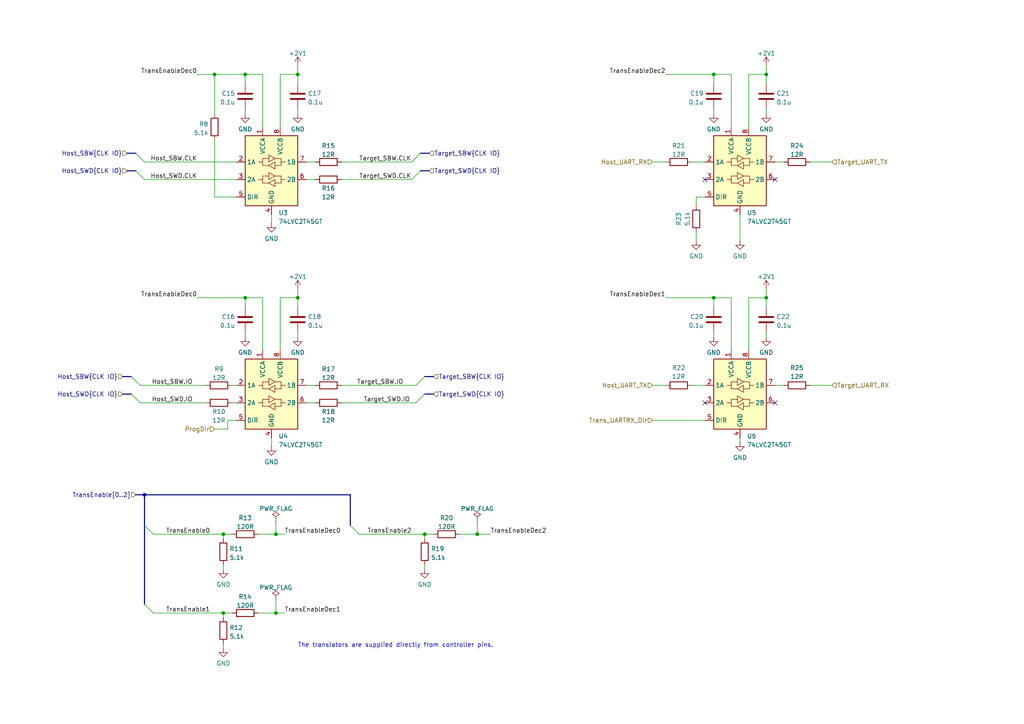
<source format=kicad_sch>
(kicad_sch (version 20231120) (generator "eeschema") (generator_version "8.0")
  (paper "A4")
  (lib_symbols
    (symbol "Device:C" (pin_numbers hide) (pin_names (offset 0.254))
      (property "Reference" "C" (at 0.635 2.54 0))
      (property "Value" "C" (at 0.635 -2.54 0))
      (symbol "C_0_1"
        (polyline (pts (xy -2.032 -0.762) (xy 2.032 -0.762)) (stroke (width 0.508)))
        (polyline (pts (xy -2.032 0.762) (xy 2.032 0.762)) (stroke (width 0.508)))
      )
      (symbol "C_1_1"
        (pin passive line (at 0 3.81 270) (length 2.794) (name "~") (number "1"))
        (pin passive line (at 0 -3.81 90) (length 2.794) (name "~") (number "2"))
      )
    )
    (symbol "Device:R" (pin_numbers hide) (pin_names (offset 0))
      (property "Reference" "R" (at 2.032 0 90))
      (property "Value" "R" (at 0 0 90))
      (symbol "R_0_1"
        (rectangle (start -1.016 -2.54) (end 1.016 2.54) (stroke (width 0.254)))
      )
      (symbol "R_1_1"
        (pin passive line (at 0 3.81 270) (length 1.27) (name "~") (number "1"))
        (pin passive line (at 0 -3.81 90) (length 1.27) (name "~") (number "2"))
      )
    )
    (symbol "power:GND" (power) (pin_numbers hide) (pin_names (offset 0) hide)
      (property "Value" "GND" (at 0 -3.81 0))
      (symbol "GND_0_1"
        (polyline (pts (xy 0 0) (xy 0 -1.27) (xy 1.27 -1.27) (xy 0 -2.54) (xy -1.27 -1.27) (xy 0 -1.27)))
      )
      (symbol "GND_1_1"
        (pin power_in line (at 0 0 270) (length 0) (name "~") (number "1"))
      )
    )
    (symbol "power:PWR_FLAG" (power) (pin_numbers hide) (pin_names (offset 0) hide)
      (property "Value" "PWR_FLAG" (at 0 3.81 0))
      (symbol "PWR_FLAG_0_0"
        (pin power_out line (at 0 0 90) (length 0) (name "~") (number "1"))
      )
      (symbol "PWR_FLAG_0_1"
        (polyline (pts (xy 0 0) (xy 0 1.27) (xy -1.016 1.905) (xy 0 2.54) (xy 1.016 1.905) (xy 0 1.27)))
      )
    )
    (symbol "voltix:+2V1" (power) (pin_names (offset 0))
      (property "Value" "+2V1" (at 0 3.556 0))
      (symbol "+2V1_0_1"
        (polyline (pts (xy -0.762 1.27) (xy 0 2.54)))
        (polyline (pts (xy 0 0) (xy 0 2.54)))
        (polyline (pts (xy 0 2.54) (xy 0.762 1.27)))
      )
      (symbol "+2V1_1_1"
        (pin power_in line (at 0 0 90) (length 0) hide (name "+2V1") (number "1"))
      )
    )
    (symbol "voltix:74LVC2T45GT"
      (property "Reference" "U" (at 6.35 -11.43 0))
      (property "Value" "74LVC2T45GT" (at 10.16 11.43 0))
      (symbol "74LVC2T45GT_1_1"
        (rectangle (start -7.62 10.16) (end 7.62 -10.16) (stroke (width 0.254)) (fill (type background)))
        (polyline (pts (xy -2.54 -2.54) (xy -2.54 -1.524) (xy -0.762 -1.524)))
        (polyline (pts (xy -2.54 2.54) (xy -2.54 3.556) (xy -0.762 3.556)))
        (polyline (pts (xy 2.794 -2.54) (xy 2.794 -3.556) (xy 1.016 -3.556)))
        (polyline (pts (xy 2.794 2.54) (xy 2.794 1.524) (xy 1.016 1.524)))
        (polyline (pts (xy -0.762 -3.556) (xy -2.54 -3.556) (xy -2.54 -2.54) (xy -3.81 -2.54)))
        (polyline (pts (xy -0.762 -2.54) (xy -0.762 -0.508) (xy 1.016 -1.524) (xy -0.762 -2.54)))
        (polyline (pts (xy -0.762 1.524) (xy -2.54 1.524) (xy -2.54 2.54) (xy -3.81 2.54)))
        (polyline (pts (xy -0.762 2.54) (xy -0.762 4.572) (xy 1.016 3.556) (xy -0.762 2.54)))
        (polyline (pts (xy 1.016 -1.524) (xy 2.794 -1.524) (xy 2.794 -2.54) (xy 4.064 -2.54)))
        (polyline (pts (xy 1.016 3.556) (xy 2.794 3.556) (xy 2.794 2.54) (xy 4.064 2.54)))
        (polyline (pts (xy 1.016 -2.54) (xy 1.016 -4.318) (xy 1.016 -4.572) (xy -0.762 -3.556) (xy 1.016 -2.54)))
        (polyline (pts (xy 1.016 2.54) (xy 1.016 0.762) (xy 1.016 0.508) (xy -0.762 1.524) (xy 1.016 2.54)))
        (pin power_in line (at -2.54 12.7 270) (length 2.54) (name "VCCA") (number "1"))
        (pin bidirectional line (at -10.16 2.54 0) (length 2.54) (name "1A") (number "2"))
        (pin bidirectional line (at -10.16 -2.54 0) (length 2.54) (name "2A") (number "3"))
        (pin power_in line (at 0 -12.7 90) (length 2.54) (name "GND") (number "4"))
        (pin input line (at -10.16 -7.62 0) (length 2.54) (name "DIR") (number "5"))
        (pin bidirectional line (at 10.16 -2.54 180) (length 2.54) (name "2B") (number "6"))
        (pin bidirectional line (at 10.16 2.54 180) (length 2.54) (name "1B") (number "7"))
        (pin power_in line (at 2.54 12.7 270) (length 2.54) (name "VCCB") (number "8"))
      )
    )
  )
  (junction (at 71.12 21.59))
  (junction (at 80.01 177.8))
  (junction (at 64.77 154.94))
  (junction (at 71.12 86.36))
  (junction (at 80.01 154.94))
  (junction (at 41.91 143.51))
  (junction (at 64.77 177.8))
  (junction (at 62.23 21.59))
  (junction (at 86.36 86.36))
  (junction (at 207.01 21.59))
  (junction (at 207.01 86.36))
  (junction (at 123.19 154.94))
  (junction (at 138.43 154.94))
  (junction (at 222.25 21.59))
  (junction (at 222.25 86.36))
  (junction (at 86.36 21.59))
  (no_connect (at 224.79 116.84))
  (no_connect (at 204.47 52.07))
  (no_connect (at 224.79 52.07))
  (no_connect (at 204.47 116.84))
  (bus_entry (at 39.37 49.53) (size 2.54 2.54))
  (bus_entry (at 38.1 114.3) (size 2.54 2.54))
  (bus_entry (at 121.92 44.45) (size -2.54 2.54))
  (bus_entry (at 39.37 44.45) (size 2.54 2.54))
  (bus_entry (at 123.19 109.22) (size -2.54 2.54))
  (bus_entry (at 101.6 152.4) (size 2.54 2.54))
  (bus_entry (at 41.91 175.26) (size 2.54 2.54))
  (bus_entry (at 123.19 114.3) (size -2.54 2.54))
  (bus_entry (at 41.91 152.4) (size 2.54 2.54))
  (bus_entry (at 38.1 109.22) (size 2.54 2.54))
  (bus_entry (at 121.92 49.53) (size -2.54 2.54))
  (wire (pts (xy 74.93 177.8) (xy 80.01 177.8)))
  (bus (pts (xy 124.46 49.53) (xy 121.92 49.53)))
  (wire (pts (xy 104.14 154.94) (xy 123.19 154.94)))
  (bus (pts (xy 41.91 152.4) (xy 41.91 175.26)))
  (wire (pts (xy 222.25 21.59) (xy 222.25 24.13)))
  (wire (pts (xy 86.36 83.82) (xy 86.36 86.36)))
  (wire (pts (xy 62.23 40.64) (xy 62.23 57.15)))
  (wire (pts (xy 71.12 96.52) (xy 71.12 97.79)))
  (wire (pts (xy 193.04 21.59) (xy 207.01 21.59)))
  (wire (pts (xy 80.01 177.8) (xy 82.55 177.8)))
  (wire (pts (xy 200.66 46.99) (xy 204.47 46.99)))
  (wire (pts (xy 133.35 154.94) (xy 138.43 154.94)))
  (wire (pts (xy 76.2 21.59) (xy 76.2 36.83)))
  (wire (pts (xy 222.25 96.52) (xy 222.25 97.79)))
  (wire (pts (xy 71.12 86.36) (xy 71.12 88.9)))
  (wire (pts (xy 212.09 86.36) (xy 207.01 86.36)))
  (wire (pts (xy 57.15 86.36) (xy 71.12 86.36)))
  (wire (pts (xy 74.93 154.94) (xy 80.01 154.94)))
  (wire (pts (xy 71.12 21.59) (xy 71.12 24.13)))
  (wire (pts (xy 76.2 86.36) (xy 71.12 86.36)))
  (wire (pts (xy 224.79 111.76) (xy 227.33 111.76)))
  (bus (pts (xy 41.91 143.51) (xy 41.91 152.4)))
  (wire (pts (xy 138.43 151.13) (xy 138.43 154.94)))
  (wire (pts (xy 99.06 46.99) (xy 119.38 46.99)))
  (wire (pts (xy 86.36 19.05) (xy 86.36 21.59)))
  (wire (pts (xy 67.31 111.76) (xy 68.58 111.76)))
  (wire (pts (xy 193.04 86.36) (xy 207.01 86.36)))
  (wire (pts (xy 88.9 52.07) (xy 91.44 52.07)))
  (wire (pts (xy 222.25 31.75) (xy 222.25 33.02)))
  (wire (pts (xy 86.36 96.52) (xy 86.36 97.79)))
  (wire (pts (xy 99.06 52.07) (xy 119.38 52.07)))
  (wire (pts (xy 64.77 177.8) (xy 64.77 179.07)))
  (wire (pts (xy 234.95 46.99) (xy 241.3 46.99)))
  (wire (pts (xy 67.31 154.94) (xy 64.77 154.94)))
  (wire (pts (xy 201.93 69.85) (xy 201.93 67.31)))
  (bus (pts (xy 124.46 44.45) (xy 121.92 44.45)))
  (wire (pts (xy 234.95 111.76) (xy 241.3 111.76)))
  (bus (pts (xy 101.6 143.51) (xy 101.6 152.4)))
  (wire (pts (xy 222.25 83.82) (xy 222.25 86.36)))
  (wire (pts (xy 207.01 96.52) (xy 207.01 97.79)))
  (wire (pts (xy 66.04 121.92) (xy 68.58 121.92)))
  (wire (pts (xy 138.43 154.94) (xy 142.24 154.94)))
  (wire (pts (xy 217.17 86.36) (xy 222.25 86.36)))
  (bus (pts (xy 36.83 44.45) (xy 39.37 44.45)))
  (wire (pts (xy 88.9 111.76) (xy 91.44 111.76)))
  (wire (pts (xy 76.2 86.36) (xy 76.2 101.6)))
  (wire (pts (xy 81.28 21.59) (xy 81.28 36.83)))
  (wire (pts (xy 44.45 154.94) (xy 64.77 154.94)))
  (wire (pts (xy 217.17 21.59) (xy 222.25 21.59)))
  (wire (pts (xy 222.25 19.05) (xy 222.25 21.59)))
  (wire (pts (xy 222.25 86.36) (xy 222.25 88.9)))
  (wire (pts (xy 86.36 31.75) (xy 86.36 33.02)))
  (wire (pts (xy 207.01 31.75) (xy 207.01 33.02)))
  (wire (pts (xy 207.01 86.36) (xy 207.01 88.9)))
  (wire (pts (xy 99.06 116.84) (xy 120.65 116.84)))
  (wire (pts (xy 80.01 173.99) (xy 80.01 177.8)))
  (wire (pts (xy 62.23 21.59) (xy 62.23 33.02)))
  (wire (pts (xy 200.66 111.76) (xy 204.47 111.76)))
  (wire (pts (xy 189.23 121.92) (xy 204.47 121.92)))
  (wire (pts (xy 123.19 163.83) (xy 123.19 165.1)))
  (bus (pts (xy 35.56 114.3) (xy 38.1 114.3)))
  (wire (pts (xy 78.74 62.23) (xy 78.74 64.77)))
  (wire (pts (xy 214.63 62.23) (xy 214.63 69.85)))
  (wire (pts (xy 189.23 111.76) (xy 193.04 111.76)))
  (wire (pts (xy 66.04 124.46) (xy 66.04 121.92)))
  (wire (pts (xy 189.23 46.99) (xy 193.04 46.99)))
  (wire (pts (xy 76.2 21.59) (xy 71.12 21.59)))
  (wire (pts (xy 62.23 21.59) (xy 71.12 21.59)))
  (wire (pts (xy 212.09 21.59) (xy 212.09 36.83)))
  (wire (pts (xy 81.28 86.36) (xy 86.36 86.36)))
  (wire (pts (xy 214.63 127) (xy 214.63 128.27)))
  (wire (pts (xy 88.9 116.84) (xy 91.44 116.84)))
  (wire (pts (xy 88.9 46.99) (xy 91.44 46.99)))
  (wire (pts (xy 123.19 154.94) (xy 123.19 156.21)))
  (wire (pts (xy 212.09 21.59) (xy 207.01 21.59)))
  (wire (pts (xy 62.23 124.46) (xy 66.04 124.46)))
  (wire (pts (xy 78.74 127) (xy 78.74 129.54)))
  (wire (pts (xy 86.36 21.59) (xy 86.36 24.13)))
  (wire (pts (xy 224.79 46.99) (xy 227.33 46.99)))
  (wire (pts (xy 125.73 154.94) (xy 123.19 154.94)))
  (wire (pts (xy 86.36 86.36) (xy 86.36 88.9)))
  (bus (pts (xy 125.73 114.3) (xy 123.19 114.3)))
  (wire (pts (xy 217.17 21.59) (xy 217.17 36.83)))
  (wire (pts (xy 80.01 151.13) (xy 80.01 154.94)))
  (wire (pts (xy 80.01 154.94) (xy 82.55 154.94)))
  (wire (pts (xy 64.77 186.69) (xy 64.77 187.96)))
  (wire (pts (xy 40.64 116.84) (xy 59.69 116.84)))
  (wire (pts (xy 81.28 86.36) (xy 81.28 101.6)))
  (wire (pts (xy 67.31 116.84) (xy 68.58 116.84)))
  (wire (pts (xy 201.93 57.15) (xy 204.47 57.15)))
  (wire (pts (xy 57.15 21.59) (xy 62.23 21.59)))
  (wire (pts (xy 40.64 111.76) (xy 59.69 111.76)))
  (wire (pts (xy 64.77 154.94) (xy 64.77 156.21)))
  (bus (pts (xy 39.37 143.51) (xy 41.91 143.51)))
  (bus (pts (xy 36.83 49.53) (xy 39.37 49.53)))
  (wire (pts (xy 217.17 86.36) (xy 217.17 101.6)))
  (wire (pts (xy 207.01 21.59) (xy 207.01 24.13)))
  (wire (pts (xy 67.31 177.8) (xy 64.77 177.8)))
  (wire (pts (xy 81.28 21.59) (xy 86.36 21.59)))
  (wire (pts (xy 62.23 57.15) (xy 68.58 57.15)))
  (wire (pts (xy 201.93 59.69) (xy 201.93 57.15)))
  (bus (pts (xy 35.56 109.22) (xy 38.1 109.22)))
  (wire (pts (xy 71.12 31.75) (xy 71.12 33.02)))
  (wire (pts (xy 212.09 86.36) (xy 212.09 101.6)))
  (wire (pts (xy 41.91 52.07) (xy 68.58 52.07)))
  (wire (pts (xy 44.45 177.8) (xy 64.77 177.8)))
  (wire (pts (xy 41.91 46.99) (xy 68.58 46.99)))
  (wire (pts (xy 99.06 111.76) (xy 120.65 111.76)))
  (bus (pts (xy 125.73 109.22) (xy 123.19 109.22)))
  (bus (pts (xy 41.91 143.51) (xy 101.6 143.51)))
  (wire (pts (xy 64.77 163.83) (xy 64.77 165.1)))
  (text "The translators are supplied directly from controller pins." (at 86.36 187.96 0) (effects (font (size 1.27 1.27)) (justify left bottom)))
  (label "TransEnableDec0" (at 57.15 21.59 180))
  (label "TransEnableDec0" (at 57.15 86.36 180))
  (label "TransEnable2" (at 119.38 154.94 180))
  (label "Host_SBW.CLK" (at 57.15 46.99 180))
  (label "Host_SWD.IO" (at 55.88 116.84 180))
  (label "Target_SWD.IO" (at 105.41 116.84 0))
  (label "TransEnableDec1" (at 193.04 86.36 180))
  (label "Target_SBW.CLK" (at 104.14 46.99 0))
  (label "TransEnable0" (at 60.96 154.94 180))
  (label "Target_SBW.IO" (at 103.505 111.76 0))
  (label "Host_SWD.CLK" (at 57.15 52.07 180))
  (label "TransEnableDec0" (at 82.55 154.94 0))
  (label "TransEnable1" (at 60.96 177.8 180))
  (label "TransEnableDec2" (at 193.04 21.59 180))
  (label "TransEnableDec2" (at 142.24 154.94 0))
  (label "Host_SBW.IO" (at 55.88 111.76 180))
  (label "Target_SWD.CLK" (at 104.14 52.07 0))
  (label "TransEnableDec1" (at 82.55 177.8 0))
  (hierarchical_label "Host_UART_RX" (shape input) (at 189.23 46.99 180))
  (hierarchical_label "ProgDir" (shape input) (at 62.23 124.46 180))
  (hierarchical_label "Target_SBW{CLK IO}" (shape input) (at 125.73 109.22 0))
  (hierarchical_label "Target_UART_RX" (shape input) (at 241.3 111.76 0))
  (hierarchical_label "Host_SWD{CLK IO}" (shape input) (at 36.83 49.53 180))
  (hierarchical_label "Trans_UARTRX_Dir" (shape input) (at 189.23 121.92 180))
  (hierarchical_label "TransEnable[0..2]" (shape input) (at 39.37 143.51 180))
  (hierarchical_label "Host_UART_TX" (shape input) (at 189.23 111.76 180))
  (hierarchical_label "Host_SWD{CLK IO}" (shape input) (at 35.56 114.3 180))
  (hierarchical_label "Host_SBW{CLK IO}" (shape input) (at 36.83 44.45 180))
  (hierarchical_label "Target_UART_TX" (shape input) (at 241.3 46.99 0))
  (hierarchical_label "Target_SBW{CLK IO}" (shape input) (at 124.46 44.45 0))
  (hierarchical_label "Target_SWD{CLK IO}" (shape input) (at 125.73 114.3 0))
  (hierarchical_label "Target_SWD{CLK IO}" (shape input) (at 124.46 49.53 0))
  (hierarchical_label "Host_SBW{CLK IO}" (shape input) (at 35.56 109.22 180))
  (symbol (lib_id "Device:R") (at 95.25 111.76 90) (unit 1)
    (property "Reference" "R17" (at 95.25 107.0442 90))
    (property "Value" "12R" (at 95.25 109.5811 90))
    (property "Footprint" "Resistor_SMD:R_0402_1005Metric" (effects (hide yes)))
    (property "Description" "RES 12 OHM 1% 1/16W 0402" (effects (hide yes)))
    (property "MPN" "RMCF0402FT12R0" (effects (hide yes)))
  )
  (symbol (lib_id "voltix:74LVC2T45GT") (at 214.63 49.53 0) (unit 1)
    (property "Reference" "U5" (at 216.6494 61.7204 0) (effects (justify left)))
    (property "Value" "74LVC2T45GT" (at 216.6494 64.2573 0) (effects (justify left)))
    (property "Footprint" "voltix:NXP_SOT833-1" (effects (hide yes)))
    (property "Datasheet" "https://assets.nexperia.com/documents/data-sheet/74LVC_LVCH2T45.pdf" (effects (hide yes)))
    (property "Description" "Dual supply translating transceiver" (effects (hide yes)))
    (property "MPN" "74LVC2T45GT,115" (effects (hide yes)))
  )
  (symbol (lib_id "Device:R") (at 196.85 111.76 90) (unit 1)
    (property "Reference" "R22" (at 196.85 106.6831 90))
    (property "Value" "12R" (at 196.85 109.22 90))
    (property "Footprint" "Resistor_SMD:R_0402_1005Metric" (effects (hide yes)))
    (property "Description" "RES 12 OHM 1% 1/16W 0402" (effects (hide yes)))
    (property "MPN" "RMCF0402FT12R0" (effects (hide yes)))
  )
  (symbol (lib_id "voltix:74LVC2T45GT") (at 78.74 49.53 0) (unit 1)
    (property "Reference" "U3" (at 80.7594 61.7204 0) (effects (justify left)))
    (property "Value" "74LVC2T45GT" (at 80.7594 64.2573 0) (effects (justify left)))
    (property "Footprint" "voltix:NXP_SOT833-1" (effects (hide yes)))
    (property "Datasheet" "https://assets.nexperia.com/documents/data-sheet/74LVC_LVCH2T45.pdf" (effects (hide yes)))
    (property "Description" "Dual supply translating transceiver" (effects (hide yes)))
    (property "MPN" "74LVC2T45GT,115" (effects (hide yes)))
  )
  (symbol (lib_id "Device:R") (at 63.5 111.76 90) (unit 1)
    (property "Reference" "R9" (at 63.5 107.0442 90))
    (property "Value" "12R" (at 63.5 109.5811 90))
    (property "Footprint" "Resistor_SMD:R_0402_1005Metric" (effects (hide yes)))
    (property "Description" "RES 12 OHM 1% 1/16W 0402" (effects (hide yes)))
    (property "MPN" "RMCF0402FT12R0" (effects (hide yes)))
  )
  (symbol (lib_id "Device:R") (at 64.77 182.88 0) (unit 1)
    (property "Reference" "R12" (at 66.548 182.0453 0) (effects (justify left)))
    (property "Value" "5.1k" (at 66.548 184.5822 0) (effects (justify left)))
    (property "Footprint" "Resistor_SMD:R_0402_1005Metric" (effects (hide yes)))
    (property "Description" "RES SMD 5.1K OHM 1% 1/16W 0402" (effects (hide yes)))
    (property "MPN" "CR0402-FX-5101GLF" (effects (hide yes)))
  )
  (symbol (lib_id "Device:C") (at 207.01 92.71 0) (mirror x) (unit 1)
    (property "Reference" "C20" (at 204.0891 91.8753 0) (effects (justify right)))
    (property "Value" "0.1u" (at 204.0891 94.4122 0) (effects (justify right)))
    (property "Footprint" "Capacitor_SMD:C_0402_1005Metric" (effects (hide yes)))
    (property "Description" "CAP CER 0.1UF 25V X5R 0402" (effects (hide yes)))
    (property "MPN" "CL05A104KA5NNNC" (effects (hide yes)))
  )
  (symbol (lib_id "Device:C") (at 86.36 92.71 0) (unit 1)
    (property "Reference" "C18" (at 89.281 91.8753 0) (effects (justify left)))
    (property "Value" "0.1u" (at 89.281 94.4122 0) (effects (justify left)))
    (property "Footprint" "Capacitor_SMD:C_0402_1005Metric" (effects (hide yes)))
    (property "Description" "CAP CER 0.1UF 25V X5R 0402" (effects (hide yes)))
    (property "MPN" "CL05A104KA5NNNC" (effects (hide yes)))
  )
  (symbol (lib_id "power:GND") (at 71.12 97.79 0) (unit 1)
    (property "Reference" "#PWR018" (effects (hide yes)))
    (property "Value" "GND" (at 71.12 102.2334 0))
    (property "Description" "Power symbol creates a global label with name \"GND\" , ground" (effects (hide yes)))
  )
  (symbol (lib_id "Device:C") (at 86.36 27.94 0) (unit 1)
    (property "Reference" "C17" (at 89.281 27.1053 0) (effects (justify left)))
    (property "Value" "0.1u" (at 89.281 29.6422 0) (effects (justify left)))
    (property "Footprint" "Capacitor_SMD:C_0402_1005Metric" (effects (hide yes)))
    (property "Description" "CAP CER 0.1UF 25V X5R 0402" (effects (hide yes)))
    (property "MPN" "CL05A104KA5NNNC" (effects (hide yes)))
  )
  (symbol (lib_id "Device:R") (at 201.93 63.5 180) (unit 1)
    (property "Reference" "R23" (at 196.8531 63.5 90))
    (property "Value" "5.1k" (at 199.39 63.5 90))
    (property "Footprint" "Resistor_SMD:R_0402_1005Metric" (effects (hide yes)))
    (property "Description" "RES SMD 5.1K OHM 1% 1/16W 0402" (effects (hide yes)))
    (property "MPN" "CR0402-FX-5101GLF" (effects (hide yes)))
  )
  (symbol (lib_id "power:PWR_FLAG") (at 80.01 173.99 0) (unit 1)
    (property "Reference" "#FLG02" (effects (hide yes)))
    (property "Value" "PWR_FLAG" (at 80.01 170.4142 0))
    (property "Description" "Special symbol for telling ERC where power comes from" (effects (hide yes)))
  )
  (symbol (lib_id "Device:R") (at 95.25 46.99 90) (unit 1)
    (property "Reference" "R15" (at 95.25 42.2742 90))
    (property "Value" "12R" (at 95.25 44.8111 90))
    (property "Footprint" "Resistor_SMD:R_0402_1005Metric" (effects (hide yes)))
    (property "Description" "RES 12 OHM 1% 1/16W 0402" (effects (hide yes)))
    (property "MPN" "RMCF0402FT12R0" (effects (hide yes)))
  )
  (symbol (lib_id "Device:R") (at 64.77 160.02 0) (unit 1)
    (property "Reference" "R11" (at 66.548 159.1853 0) (effects (justify left)))
    (property "Value" "5.1k" (at 66.548 161.7222 0) (effects (justify left)))
    (property "Footprint" "Resistor_SMD:R_0402_1005Metric" (effects (hide yes)))
    (property "Description" "RES SMD 5.1K OHM 1% 1/16W 0402" (effects (hide yes)))
    (property "MPN" "CR0402-FX-5101GLF" (effects (hide yes)))
  )
  (symbol (lib_id "Device:R") (at 95.25 116.84 90) (unit 1)
    (property "Reference" "R18" (at 95.25 119.38 90))
    (property "Value" "12R" (at 95.25 121.9169 90))
    (property "Footprint" "Resistor_SMD:R_0402_1005Metric" (effects (hide yes)))
    (property "Description" "RES 12 OHM 1% 1/16W 0402" (effects (hide yes)))
    (property "MPN" "RMCF0402FT12R0" (effects (hide yes)))
  )
  (symbol (lib_id "Device:C") (at 222.25 27.94 0) (unit 1)
    (property "Reference" "C21" (at 225.171 27.1053 0) (effects (justify left)))
    (property "Value" "0.1u" (at 225.171 29.6422 0) (effects (justify left)))
    (property "Footprint" "Capacitor_SMD:C_0402_1005Metric" (effects (hide yes)))
    (property "Description" "CAP CER 0.1UF 25V X5R 0402" (effects (hide yes)))
    (property "MPN" "CL05A104KA5NNNC" (effects (hide yes)))
  )
  (symbol (lib_id "Device:R") (at 123.19 160.02 0) (unit 1)
    (property "Reference" "R19" (at 124.968 159.1853 0) (effects (justify left)))
    (property "Value" "5.1k" (at 124.968 161.7222 0) (effects (justify left)))
    (property "Footprint" "Resistor_SMD:R_0402_1005Metric" (effects (hide yes)))
    (property "Description" "RES SMD 5.1K OHM 1% 1/16W 0402" (effects (hide yes)))
    (property "MPN" "CR0402-FX-5101GLF" (effects (hide yes)))
  )
  (symbol (lib_id "Device:C") (at 207.01 27.94 0) (mirror x) (unit 1)
    (property "Reference" "C19" (at 204.0891 27.1053 0) (effects (justify right)))
    (property "Value" "0.1u" (at 204.0891 29.6422 0) (effects (justify right)))
    (property "Footprint" "Capacitor_SMD:C_0402_1005Metric" (effects (hide yes)))
    (property "Description" "CAP CER 0.1UF 25V X5R 0402" (effects (hide yes)))
    (property "MPN" "CL05A104KA5NNNC" (effects (hide yes)))
  )
  (symbol (lib_id "power:GND") (at 201.93 69.85 0) (unit 1)
    (property "Reference" "#PWR026" (effects (hide yes)))
    (property "Value" "GND" (at 201.93 74.2934 0))
    (property "Description" "Power symbol creates a global label with name \"GND\" , ground" (effects (hide yes)))
  )
  (symbol (lib_id "power:GND") (at 86.36 97.79 0) (unit 1)
    (property "Reference" "#PWR024" (effects (hide yes)))
    (property "Value" "GND" (at 86.36 102.2334 0))
    (property "Description" "Power symbol creates a global label with name \"GND\" , ground" (effects (hide yes)))
  )
  (symbol (lib_id "power:GND") (at 64.77 187.96 0) (unit 1)
    (property "Reference" "#PWR016" (effects (hide yes)))
    (property "Value" "GND" (at 64.77 192.4034 0))
    (property "Description" "Power symbol creates a global label with name \"GND\" , ground" (effects (hide yes)))
  )
  (symbol (lib_id "power:PWR_FLAG") (at 138.43 151.13 0) (unit 1)
    (property "Reference" "#FLG03" (effects (hide yes)))
    (property "Value" "PWR_FLAG" (at 138.43 147.5542 0))
    (property "Description" "Special symbol for telling ERC where power comes from" (effects (hide yes)))
  )
  (symbol (lib_id "voltix:+2V1") (at 222.25 83.82 0) (unit 1)
    (property "Reference" "#PWR0102" (effects (hide yes)))
    (property "Value" "+2V1" (at 222.25 80.2442 0))
  )
  (symbol (lib_id "Device:R") (at 71.12 177.8 90) (unit 1)
    (property "Reference" "R14" (at 71.12 173.0842 90))
    (property "Value" "120R" (at 71.12 175.6211 90))
    (property "Footprint" "Resistor_SMD:R_0402_1005Metric" (effects (hide yes)))
    (property "Description" "RES SMD 120 OHM 1% 1/16W 0402" (effects (hide yes)))
    (property "MPN" "CR0402-FX-1200GLF" (effects (hide yes)))
  )
  (symbol (lib_id "Device:R") (at 62.23 36.83 0) (mirror x) (unit 1)
    (property "Reference" "R8" (at 60.4521 35.9953 0) (effects (justify right)))
    (property "Value" "5.1k" (at 60.4521 38.5322 0) (effects (justify right)))
    (property "Footprint" "Resistor_SMD:R_0402_1005Metric" (effects (hide yes)))
    (property "Description" "RES SMD 5.1K OHM 1% 1/16W 0402" (effects (hide yes)))
    (property "MPN" "CR0402-FX-5101GLF" (effects (hide yes)))
  )
  (symbol (lib_id "power:GND") (at 222.25 33.02 0) (unit 1)
    (property "Reference" "#PWR032" (effects (hide yes)))
    (property "Value" "GND" (at 222.25 37.4634 0))
    (property "Description" "Power symbol creates a global label with name \"GND\" , ground" (effects (hide yes)))
  )
  (symbol (lib_id "Device:R") (at 231.14 111.76 90) (unit 1)
    (property "Reference" "R25" (at 231.14 106.6831 90))
    (property "Value" "12R" (at 231.14 109.22 90))
    (property "Footprint" "Resistor_SMD:R_0402_1005Metric" (effects (hide yes)))
    (property "Description" "RES 12 OHM 1% 1/16W 0402" (effects (hide yes)))
    (property "MPN" "RMCF0402FT12R0" (effects (hide yes)))
  )
  (symbol (lib_id "power:GND") (at 78.74 129.54 0) (unit 1)
    (property "Reference" "#PWR020" (effects (hide yes)))
    (property "Value" "GND" (at 78.74 133.9834 0))
    (property "Description" "Power symbol creates a global label with name \"GND\" , ground" (effects (hide yes)))
  )
  (symbol (lib_id "Device:C") (at 222.25 92.71 0) (unit 1)
    (property "Reference" "C22" (at 225.171 91.8753 0) (effects (justify left)))
    (property "Value" "0.1u" (at 225.171 94.4122 0) (effects (justify left)))
    (property "Footprint" "Capacitor_SMD:C_0402_1005Metric" (effects (hide yes)))
    (property "Description" "CAP CER 0.1UF 25V X5R 0402" (effects (hide yes)))
    (property "MPN" "CL05A104KA5NNNC" (effects (hide yes)))
  )
  (symbol (lib_id "power:GND") (at 64.77 165.1 0) (unit 1)
    (property "Reference" "#PWR015" (effects (hide yes)))
    (property "Value" "GND" (at 64.77 169.5434 0))
    (property "Description" "Power symbol creates a global label with name \"GND\" , ground" (effects (hide yes)))
  )
  (symbol (lib_id "Device:R") (at 129.54 154.94 90) (unit 1)
    (property "Reference" "R20" (at 129.54 150.2242 90))
    (property "Value" "120R" (at 129.54 152.7611 90))
    (property "Footprint" "Resistor_SMD:R_0402_1005Metric" (effects (hide yes)))
    (property "Description" "RES SMD 120 OHM 1% 1/16W 0402" (effects (hide yes)))
    (property "MPN" "CR0402-FX-1200GLF" (effects (hide yes)))
  )
  (symbol (lib_id "power:GND") (at 123.19 165.1 0) (unit 1)
    (property "Reference" "#PWR025" (effects (hide yes)))
    (property "Value" "GND" (at 123.19 169.5434 0))
    (property "Description" "Power symbol creates a global label with name \"GND\" , ground" (effects (hide yes)))
  )
  (symbol (lib_id "voltix:+2V1") (at 86.36 83.82 0) (unit 1)
    (property "Reference" "#PWR0101" (effects (hide yes)))
    (property "Value" "+2V1" (at 86.36 80.2442 0))
  )
  (symbol (lib_id "Device:R") (at 196.85 46.99 90) (unit 1)
    (property "Reference" "R21" (at 196.85 42.2742 90))
    (property "Value" "12R" (at 196.85 44.8111 90))
    (property "Footprint" "Resistor_SMD:R_0402_1005Metric" (effects (hide yes)))
    (property "Description" "RES 12 OHM 1% 1/16W 0402" (effects (hide yes)))
    (property "MPN" "RMCF0402FT12R0" (effects (hide yes)))
  )
  (symbol (lib_id "voltix:74LVC2T45GT") (at 78.74 114.3 0) (unit 1)
    (property "Reference" "U4" (at 80.7594 126.4904 0) (effects (justify left)))
    (property "Value" "74LVC2T45GT" (at 80.7594 129.0273 0) (effects (justify left)))
    (property "Footprint" "voltix:NXP_SOT833-1" (effects (hide yes)))
    (property "Datasheet" "https://assets.nexperia.com/documents/data-sheet/74LVC_LVCH2T45.pdf" (effects (hide yes)))
    (property "Description" "Dual supply translating transceiver" (effects (hide yes)))
    (property "MPN" "74LVC2T45GT,115" (effects (hide yes)))
  )
  (symbol (lib_id "power:GND") (at 207.01 97.79 0) (unit 1)
    (property "Reference" "#PWR028" (effects (hide yes)))
    (property "Value" "GND" (at 207.01 102.2334 0))
    (property "Description" "Power symbol creates a global label with name \"GND\" , ground" (effects (hide yes)))
  )
  (symbol (lib_id "Device:R") (at 71.12 154.94 90) (unit 1)
    (property "Reference" "R13" (at 71.12 150.2242 90))
    (property "Value" "120R" (at 71.12 152.7611 90))
    (property "Footprint" "Resistor_SMD:R_0402_1005Metric" (effects (hide yes)))
    (property "Description" "RES SMD 120 OHM 1% 1/16W 0402" (effects (hide yes)))
    (property "MPN" "CR0402-FX-1200GLF" (effects (hide yes)))
  )
  (symbol (lib_id "voltix:+2V1") (at 222.25 19.05 0) (unit 1)
    (property "Reference" "#PWR0103" (effects (hide yes)))
    (property "Value" "+2V1" (at 222.25 15.4742 0))
  )
  (symbol (lib_id "power:GND") (at 214.63 128.27 0) (unit 1)
    (property "Reference" "#PWR030" (effects (hide yes)))
    (property "Value" "GND" (at 214.63 132.7134 0))
    (property "Description" "Power symbol creates a global label with name \"GND\" , ground" (effects (hide yes)))
  )
  (symbol (lib_id "voltix:74LVC2T45GT") (at 214.63 114.3 0) (unit 1)
    (property "Reference" "U6" (at 216.6494 126.4904 0) (effects (justify left)))
    (property "Value" "74LVC2T45GT" (at 216.6494 129.0273 0) (effects (justify left)))
    (property "Footprint" "voltix:NXP_SOT833-1" (effects (hide yes)))
    (property "Datasheet" "https://assets.nexperia.com/documents/data-sheet/74LVC_LVCH2T45.pdf" (effects (hide yes)))
    (property "Description" "Dual supply translating transceiver" (effects (hide yes)))
    (property "MPN" "74LVC2T45GT,115" (effects (hide yes)))
  )
  (symbol (lib_id "power:GND") (at 71.12 33.02 0) (unit 1)
    (property "Reference" "#PWR017" (effects (hide yes)))
    (property "Value" "GND" (at 71.12 37.4634 0))
    (property "Description" "Power symbol creates a global label with name \"GND\" , ground" (effects (hide yes)))
  )
  (symbol (lib_id "Device:C") (at 71.12 27.94 0) (mirror x) (unit 1)
    (property "Reference" "C15" (at 68.1991 27.1053 0) (effects (justify right)))
    (property "Value" "0.1u" (at 68.1991 29.6422 0) (effects (justify right)))
    (property "Footprint" "Capacitor_SMD:C_0402_1005Metric" (effects (hide yes)))
    (property "Description" "CAP CER 0.1UF 25V X5R 0402" (effects (hide yes)))
    (property "MPN" "CL05A104KA5NNNC" (effects (hide yes)))
  )
  (symbol (lib_id "Device:R") (at 231.14 46.99 90) (unit 1)
    (property "Reference" "R24" (at 231.14 42.2742 90))
    (property "Value" "12R" (at 231.14 44.8111 90))
    (property "Footprint" "Resistor_SMD:R_0402_1005Metric" (effects (hide yes)))
    (property "Description" "RES 12 OHM 1% 1/16W 0402" (effects (hide yes)))
    (property "MPN" "RMCF0402FT12R0" (effects (hide yes)))
  )
  (symbol (lib_id "power:GND") (at 207.01 33.02 0) (unit 1)
    (property "Reference" "#PWR027" (effects (hide yes)))
    (property "Value" "GND" (at 207.01 37.4634 0))
    (property "Description" "Power symbol creates a global label with name \"GND\" , ground" (effects (hide yes)))
  )
  (symbol (lib_id "power:GND") (at 222.25 97.79 0) (unit 1)
    (property "Reference" "#PWR034" (effects (hide yes)))
    (property "Value" "GND" (at 222.25 102.2334 0))
    (property "Description" "Power symbol creates a global label with name \"GND\" , ground" (effects (hide yes)))
  )
  (symbol (lib_id "Device:R") (at 95.25 52.07 90) (unit 1)
    (property "Reference" "R16" (at 95.25 54.61 90))
    (property "Value" "12R" (at 95.25 57.1469 90))
    (property "Footprint" "Resistor_SMD:R_0402_1005Metric" (effects (hide yes)))
    (property "Description" "RES 12 OHM 1% 1/16W 0402" (effects (hide yes)))
    (property "MPN" "RMCF0402FT12R0" (effects (hide yes)))
  )
  (symbol (lib_id "Device:C") (at 71.12 92.71 0) (mirror x) (unit 1)
    (property "Reference" "C16" (at 68.1991 91.8753 0) (effects (justify right)))
    (property "Value" "0.1u" (at 68.1991 94.4122 0) (effects (justify right)))
    (property "Footprint" "Capacitor_SMD:C_0402_1005Metric" (effects (hide yes)))
    (property "Description" "CAP CER 0.1UF 25V X5R 0402" (effects (hide yes)))
    (property "MPN" "CL05A104KA5NNNC" (effects (hide yes)))
  )
  (symbol (lib_id "power:GND") (at 214.63 69.85 0) (unit 1)
    (property "Reference" "#PWR029" (effects (hide yes)))
    (property "Value" "GND" (at 214.63 74.2934 0))
    (property "Description" "Power symbol creates a global label with name \"GND\" , ground" (effects (hide yes)))
  )
  (symbol (lib_id "voltix:+2V1") (at 86.36 19.05 0) (unit 1)
    (property "Reference" "#PWR0104" (effects (hide yes)))
    (property "Value" "+2V1" (at 86.36 15.4742 0))
  )
  (symbol (lib_id "power:GND") (at 78.74 64.77 0) (unit 1)
    (property "Reference" "#PWR019" (effects (hide yes)))
    (property "Value" "GND" (at 78.74 69.2134 0))
    (property "Description" "Power symbol creates a global label with name \"GND\" , ground" (effects (hide yes)))
  )
  (symbol (lib_id "power:PWR_FLAG") (at 80.01 151.13 0) (unit 1)
    (property "Reference" "#FLG01" (effects (hide yes)))
    (property "Value" "PWR_FLAG" (at 80.01 147.5542 0))
    (property "Description" "Special symbol for telling ERC where power comes from" (effects (hide yes)))
  )
  (symbol (lib_id "power:GND") (at 86.36 33.02 0) (unit 1)
    (property "Reference" "#PWR022" (effects (hide yes)))
    (property "Value" "GND" (at 86.36 37.4634 0))
    (property "Description" "Power symbol creates a global label with name \"GND\" , ground" (effects (hide yes)))
  )
  (symbol (lib_id "Device:R") (at 63.5 116.84 90) (unit 1)
    (property "Reference" "R10" (at 63.5 119.38 90))
    (property "Value" "12R" (at 63.5 121.9169 90))
    (property "Footprint" "Resistor_SMD:R_0402_1005Metric" (effects (hide yes)))
    (property "Description" "RES 12 OHM 1% 1/16W 0402" (effects (hide yes)))
    (property "MPN" "RMCF0402FT12R0" (effects (hide yes)))
  )
)
</source>
